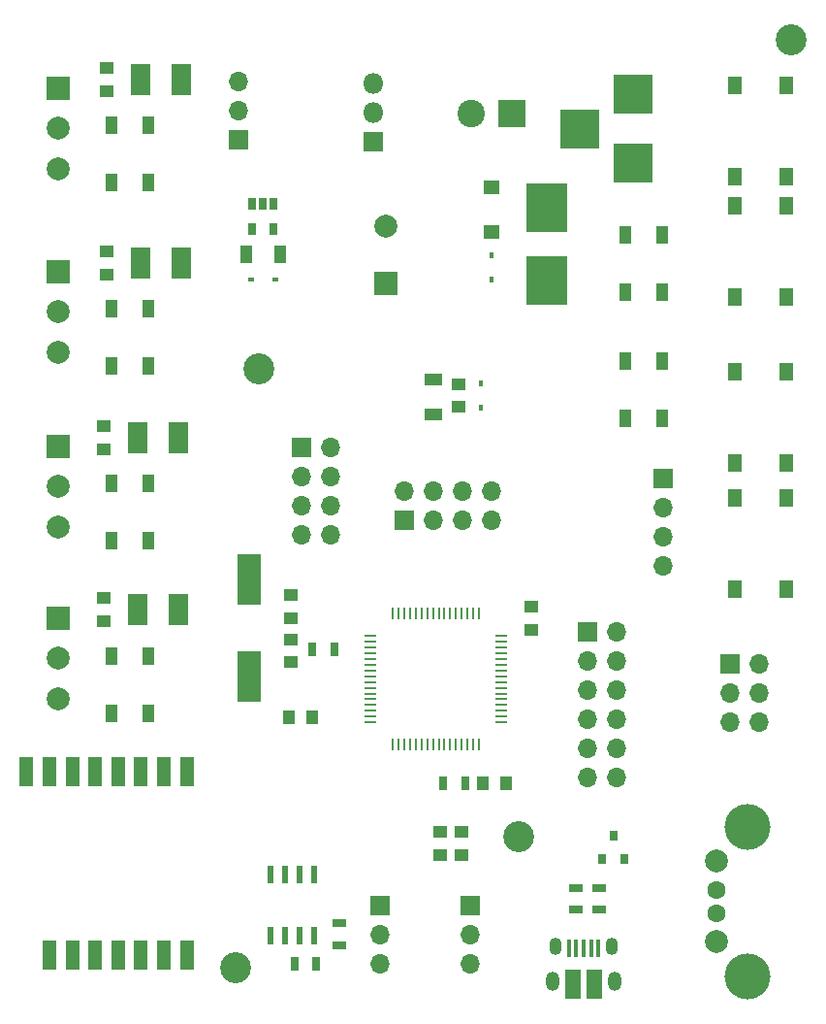
<source format=gbr>
G04 #@! TF.GenerationSoftware,KiCad,Pcbnew,5.0.0*
G04 #@! TF.CreationDate,2018-07-21T14:27:13+02:00*
G04 #@! TF.ProjectId,node_1,6E6F64655F312E6B696361645F706362,rev?*
G04 #@! TF.SameCoordinates,Original*
G04 #@! TF.FileFunction,Soldermask,Top*
G04 #@! TF.FilePolarity,Negative*
%FSLAX46Y46*%
G04 Gerber Fmt 4.6, Leading zero omitted, Abs format (unit mm)*
G04 Created by KiCad (PCBNEW 5.0.0) date Sat Jul 21 14:27:13 2018*
%MOMM*%
%LPD*%
G01*
G04 APERTURE LIST*
%ADD10C,4.000000*%
%ADD11C,1.600000*%
%ADD12C,2.000000*%
%ADD13R,1.250000X1.000000*%
%ADD14R,1.600000X1.000000*%
%ADD15R,1.000000X1.600000*%
%ADD16R,1.000000X1.250000*%
%ADD17R,0.450000X0.600000*%
%ADD18R,1.470000X1.270000*%
%ADD19R,0.600000X0.450000*%
%ADD20R,3.556000X4.191000*%
%ADD21R,1.778000X2.794000*%
%ADD22R,1.200000X2.500000*%
%ADD23R,3.500000X3.500000*%
%ADD24R,2.400000X2.400000*%
%ADD25C,2.400000*%
%ADD26R,1.700000X1.700000*%
%ADD27O,1.700000X1.700000*%
%ADD28R,1.300000X1.550000*%
%ADD29R,0.250000X1.000000*%
%ADD30R,1.000000X0.250000*%
%ADD31R,2.000000X4.500000*%
%ADD32R,1.800000X1.800000*%
%ADD33O,1.800000X1.800000*%
%ADD34R,2.000000X2.000000*%
%ADD35R,0.700000X1.300000*%
%ADD36R,0.650000X1.060000*%
%ADD37R,1.300000X0.700000*%
%ADD38R,0.600000X1.550000*%
%ADD39R,0.800000X0.900000*%
%ADD40R,0.400000X1.650000*%
%ADD41O,1.100000X1.500000*%
%ADD42O,1.200000X1.700000*%
%ADD43R,1.430000X2.500000*%
%ADD44C,2.700000*%
G04 APERTURE END LIST*
D10*
G04 #@! TO.C,J11*
X81220000Y-84400000D03*
X81220000Y-97500000D03*
D11*
X78470000Y-91940000D03*
D12*
X78470000Y-94460000D03*
D11*
X78470000Y-89960000D03*
D12*
X78470000Y-87440000D03*
G04 #@! TD*
D13*
G04 #@! TO.C,C5*
X55950000Y-47800000D03*
X55950000Y-45800000D03*
G04 #@! TD*
D14*
G04 #@! TO.C,C6*
X53800000Y-48450000D03*
X53800000Y-45450000D03*
G04 #@! TD*
D15*
G04 #@! TO.C,C7*
X40400000Y-34450000D03*
X37400000Y-34450000D03*
G04 #@! TD*
D16*
G04 #@! TO.C,C10*
X58100000Y-80600000D03*
X60100000Y-80600000D03*
G04 #@! TD*
D13*
G04 #@! TO.C,C11*
X41300000Y-64225000D03*
X41300000Y-66225000D03*
G04 #@! TD*
G04 #@! TO.C,C12*
X41300000Y-70075000D03*
X41300000Y-68075000D03*
G04 #@! TD*
G04 #@! TO.C,C13*
X25000000Y-64500000D03*
X25000000Y-66500000D03*
G04 #@! TD*
G04 #@! TO.C,C15*
X25000000Y-49500000D03*
X25000000Y-51500000D03*
G04 #@! TD*
D16*
G04 #@! TO.C,C16*
X43175000Y-74850000D03*
X41175000Y-74850000D03*
G04 #@! TD*
D13*
G04 #@! TO.C,C17*
X25250000Y-34250000D03*
X25250000Y-36250000D03*
G04 #@! TD*
G04 #@! TO.C,C18*
X54350000Y-84875000D03*
X54350000Y-86875000D03*
G04 #@! TD*
G04 #@! TO.C,C19*
X25250000Y-18250000D03*
X25250000Y-20250000D03*
G04 #@! TD*
G04 #@! TO.C,C20*
X56225000Y-84875000D03*
X56225000Y-86875000D03*
G04 #@! TD*
D17*
G04 #@! TO.C,D1*
X58850000Y-34600000D03*
X58850000Y-36700000D03*
G04 #@! TD*
D18*
G04 #@! TO.C,D2*
X58850000Y-32535000D03*
X58850000Y-28665000D03*
G04 #@! TD*
D19*
G04 #@! TO.C,D3*
X39950000Y-36700000D03*
X37850000Y-36700000D03*
G04 #@! TD*
D20*
G04 #@! TO.C,F1*
X63650000Y-36750000D03*
X63650000Y-30400000D03*
G04 #@! TD*
D21*
G04 #@! TO.C,F2*
X31528000Y-65500000D03*
X27972000Y-65500000D03*
G04 #@! TD*
G04 #@! TO.C,F3*
X31528000Y-50500000D03*
X27972000Y-50500000D03*
G04 #@! TD*
G04 #@! TO.C,F4*
X31778000Y-35250000D03*
X28222000Y-35250000D03*
G04 #@! TD*
D22*
G04 #@! TO.C,IC1*
X20250000Y-95650000D03*
X22250000Y-95650000D03*
X24250000Y-95650000D03*
X26250000Y-95650000D03*
X28250000Y-95650000D03*
X30250000Y-95650000D03*
X32250000Y-95650000D03*
X32250000Y-79650000D03*
X30250000Y-79650000D03*
X28250000Y-79650000D03*
X26250000Y-79650000D03*
X24250000Y-79650000D03*
X22250000Y-79650000D03*
X20250000Y-79650000D03*
X18250000Y-79650000D03*
G04 #@! TD*
D23*
G04 #@! TO.C,J5*
X71250000Y-26550000D03*
X71250000Y-20550000D03*
X66550000Y-23550000D03*
G04 #@! TD*
D24*
G04 #@! TO.C,J6*
X60600000Y-22200000D03*
D25*
X57100000Y-22200000D03*
G04 #@! TD*
D26*
G04 #@! TO.C,J8*
X73850000Y-54050000D03*
D27*
X73850000Y-56590000D03*
X73850000Y-59130000D03*
X73850000Y-61670000D03*
G04 #@! TD*
D26*
G04 #@! TO.C,J9*
X51250000Y-57700000D03*
D27*
X51250000Y-55160000D03*
X53790000Y-57700000D03*
X53790000Y-55160000D03*
X56330000Y-57700000D03*
X56330000Y-55160000D03*
X58870000Y-57700000D03*
X58870000Y-55160000D03*
G04 #@! TD*
D26*
G04 #@! TO.C,J10*
X79650000Y-70250000D03*
D27*
X82190000Y-70250000D03*
X79650000Y-72790000D03*
X82190000Y-72790000D03*
X79650000Y-75330000D03*
X82190000Y-75330000D03*
G04 #@! TD*
D15*
G04 #@! TO.C,LED_CH1*
X25650000Y-74500000D03*
X28850000Y-74500000D03*
X25650000Y-69500000D03*
X28850000Y-69500000D03*
G04 #@! TD*
G04 #@! TO.C,LED_CH4*
X25650000Y-28250000D03*
X28850000Y-28250000D03*
X25650000Y-23250000D03*
X28850000Y-23250000D03*
G04 #@! TD*
D28*
G04 #@! TO.C,SW1*
X80100000Y-30270000D03*
X84600000Y-30270000D03*
X84600000Y-38230000D03*
X80100000Y-38230000D03*
G04 #@! TD*
G04 #@! TO.C,SW2*
X80100000Y-44720000D03*
X84600000Y-44720000D03*
X84600000Y-52680000D03*
X80100000Y-52680000D03*
G04 #@! TD*
G04 #@! TO.C,SW3*
X80100000Y-55720000D03*
X84600000Y-55720000D03*
X84600000Y-63680000D03*
X80100000Y-63680000D03*
G04 #@! TD*
D29*
G04 #@! TO.C,U2*
X50250000Y-65850000D03*
X50750000Y-65850000D03*
X51250000Y-65850000D03*
X51750000Y-65850000D03*
X52250000Y-65850000D03*
X52750000Y-65850000D03*
X53250000Y-65850000D03*
X53750000Y-65850000D03*
X54250000Y-65850000D03*
X54750000Y-65850000D03*
X55250000Y-65850000D03*
X55750000Y-65850000D03*
X56250000Y-65850000D03*
X56750000Y-65850000D03*
X57250000Y-65850000D03*
X57750000Y-65850000D03*
D30*
X59700000Y-67800000D03*
X59700000Y-68300000D03*
X59700000Y-68800000D03*
X59700000Y-69300000D03*
X59700000Y-69800000D03*
X59700000Y-70300000D03*
X59700000Y-70800000D03*
X59700000Y-71300000D03*
X59700000Y-71800000D03*
X59700000Y-72300000D03*
X59700000Y-72800000D03*
X59700000Y-73300000D03*
X59700000Y-73800000D03*
X59700000Y-74300000D03*
X59700000Y-74800000D03*
X59700000Y-75300000D03*
D29*
X57750000Y-77250000D03*
X57250000Y-77250000D03*
X56750000Y-77250000D03*
X56250000Y-77250000D03*
X55750000Y-77250000D03*
X55250000Y-77250000D03*
X54750000Y-77250000D03*
X54250000Y-77250000D03*
X53750000Y-77250000D03*
X53250000Y-77250000D03*
X52750000Y-77250000D03*
X52250000Y-77250000D03*
X51750000Y-77250000D03*
X51250000Y-77250000D03*
X50750000Y-77250000D03*
X50250000Y-77250000D03*
D30*
X48300000Y-75300000D03*
X48300000Y-74800000D03*
X48300000Y-74300000D03*
X48300000Y-73800000D03*
X48300000Y-73300000D03*
X48300000Y-72800000D03*
X48300000Y-72300000D03*
X48300000Y-71800000D03*
X48300000Y-71300000D03*
X48300000Y-70800000D03*
X48300000Y-70300000D03*
X48300000Y-69800000D03*
X48300000Y-69300000D03*
X48300000Y-68800000D03*
X48300000Y-68300000D03*
X48300000Y-67800000D03*
G04 #@! TD*
D31*
G04 #@! TO.C,Y1*
X37675000Y-62850000D03*
X37675000Y-71350000D03*
G04 #@! TD*
D32*
G04 #@! TO.C,U5*
X48550000Y-24650000D03*
D33*
X48550000Y-22110000D03*
X48550000Y-19570000D03*
G04 #@! TD*
D34*
G04 #@! TO.C,C1*
X49600000Y-37050000D03*
D12*
X49600000Y-32050000D03*
G04 #@! TD*
D34*
G04 #@! TO.C,J1*
X21000000Y-66250000D03*
D12*
X21000000Y-69750000D03*
X21000000Y-73250000D03*
G04 #@! TD*
D34*
G04 #@! TO.C,J2*
X21000000Y-51250000D03*
D12*
X21000000Y-54750000D03*
X21000000Y-58250000D03*
G04 #@! TD*
D34*
G04 #@! TO.C,J3*
X21000000Y-36000000D03*
D12*
X21000000Y-39500000D03*
X21000000Y-43000000D03*
G04 #@! TD*
D34*
G04 #@! TO.C,J4*
X21000000Y-20000000D03*
D12*
X21000000Y-23500000D03*
X21000000Y-27000000D03*
G04 #@! TD*
D17*
G04 #@! TO.C,D11*
X57950000Y-47850000D03*
X57950000Y-45750000D03*
G04 #@! TD*
D21*
G04 #@! TO.C,F5*
X31778000Y-19250000D03*
X28222000Y-19250000D03*
G04 #@! TD*
D26*
G04 #@! TO.C,J12*
X49150000Y-91300000D03*
D27*
X49150000Y-93840000D03*
X49150000Y-96380000D03*
G04 #@! TD*
D26*
G04 #@! TO.C,J13*
X57000000Y-91300000D03*
D27*
X57000000Y-93840000D03*
X57000000Y-96380000D03*
G04 #@! TD*
D26*
G04 #@! TO.C,J14*
X36750000Y-24500000D03*
D27*
X36750000Y-21960000D03*
X36750000Y-19420000D03*
G04 #@! TD*
D15*
G04 #@! TO.C,LED_CH2*
X25650000Y-59500000D03*
X28850000Y-59500000D03*
X25650000Y-54500000D03*
X28850000Y-54500000D03*
G04 #@! TD*
G04 #@! TO.C,LED_CH3*
X25650000Y-44250000D03*
X28850000Y-44250000D03*
X25650000Y-39250000D03*
X28850000Y-39250000D03*
G04 #@! TD*
G04 #@! TO.C,LED_STATUS1*
X73750000Y-43800000D03*
X70550000Y-43800000D03*
X73750000Y-48800000D03*
X70550000Y-48800000D03*
G04 #@! TD*
G04 #@! TO.C,LED_STATUS2*
X73750000Y-32800000D03*
X70550000Y-32800000D03*
X73750000Y-37800000D03*
X70550000Y-37800000D03*
G04 #@! TD*
D35*
G04 #@! TO.C,R9*
X54650000Y-80600000D03*
X56550000Y-80600000D03*
G04 #@! TD*
G04 #@! TO.C,R17*
X45100000Y-68975000D03*
X43200000Y-68975000D03*
G04 #@! TD*
D28*
G04 #@! TO.C,SW4*
X80100000Y-19770000D03*
X84600000Y-19770000D03*
X84600000Y-27730000D03*
X80100000Y-27730000D03*
G04 #@! TD*
D36*
G04 #@! TO.C,U3*
X39850000Y-30100000D03*
X38900000Y-30100000D03*
X37950000Y-30100000D03*
X37950000Y-32300000D03*
X39850000Y-32300000D03*
G04 #@! TD*
D35*
G04 #@! TO.C,R18*
X43550000Y-96400000D03*
X41650000Y-96400000D03*
G04 #@! TD*
D37*
G04 #@! TO.C,R19*
X45600000Y-94750000D03*
X45600000Y-92850000D03*
G04 #@! TD*
D38*
G04 #@! TO.C,U6*
X43405000Y-93950000D03*
X42135000Y-93950000D03*
X40865000Y-93950000D03*
X39595000Y-93950000D03*
X39595000Y-88550000D03*
X40865000Y-88550000D03*
X42135000Y-88550000D03*
X43405000Y-88550000D03*
G04 #@! TD*
D27*
G04 #@! TO.C,J7*
X44818088Y-58942918D03*
X42278088Y-58942918D03*
X44818088Y-56402918D03*
X42278088Y-56402918D03*
X44818088Y-53862918D03*
X42278088Y-53862918D03*
X44818088Y-51322918D03*
D26*
X42278088Y-51322918D03*
G04 #@! TD*
G04 #@! TO.C,J15*
X67250000Y-67400000D03*
D27*
X69790000Y-67400000D03*
X67250000Y-69940000D03*
X69790000Y-69940000D03*
X67250000Y-72480000D03*
X69790000Y-72480000D03*
X67250000Y-75020000D03*
X69790000Y-75020000D03*
X67250000Y-77560000D03*
X69790000Y-77560000D03*
X67250000Y-80100000D03*
X69790000Y-80100000D03*
G04 #@! TD*
D13*
G04 #@! TO.C,C22*
X62300000Y-65250000D03*
X62300000Y-67250000D03*
G04 #@! TD*
D39*
G04 #@! TO.C,D12*
X68550000Y-87200000D03*
X70450000Y-87200000D03*
X69500000Y-85200000D03*
G04 #@! TD*
D40*
G04 #@! TO.C,J16*
X65600000Y-95000000D03*
X66250000Y-95000000D03*
X66900000Y-95000000D03*
X67550000Y-95000000D03*
X68200000Y-95000000D03*
D41*
X64480000Y-94880000D03*
X69320000Y-94880000D03*
D42*
X64170000Y-97880000D03*
X69630000Y-97880000D03*
D43*
X65940000Y-98120000D03*
X67860000Y-98120000D03*
G04 #@! TD*
D37*
G04 #@! TO.C,R20*
X68250000Y-91650000D03*
X68250000Y-89750000D03*
G04 #@! TD*
G04 #@! TO.C,R21*
X66250000Y-89750000D03*
X66250000Y-91650000D03*
G04 #@! TD*
D44*
G04 #@! TO.C,REF\002A\002A*
X36500000Y-96750000D03*
G04 #@! TD*
G04 #@! TO.C,REF\002A\002A*
X85000000Y-15750000D03*
G04 #@! TD*
G04 #@! TO.C,REF\002A\002A*
X38500000Y-44500000D03*
G04 #@! TD*
G04 #@! TO.C,REF\002A\002A*
X61250000Y-85250000D03*
G04 #@! TD*
M02*

</source>
